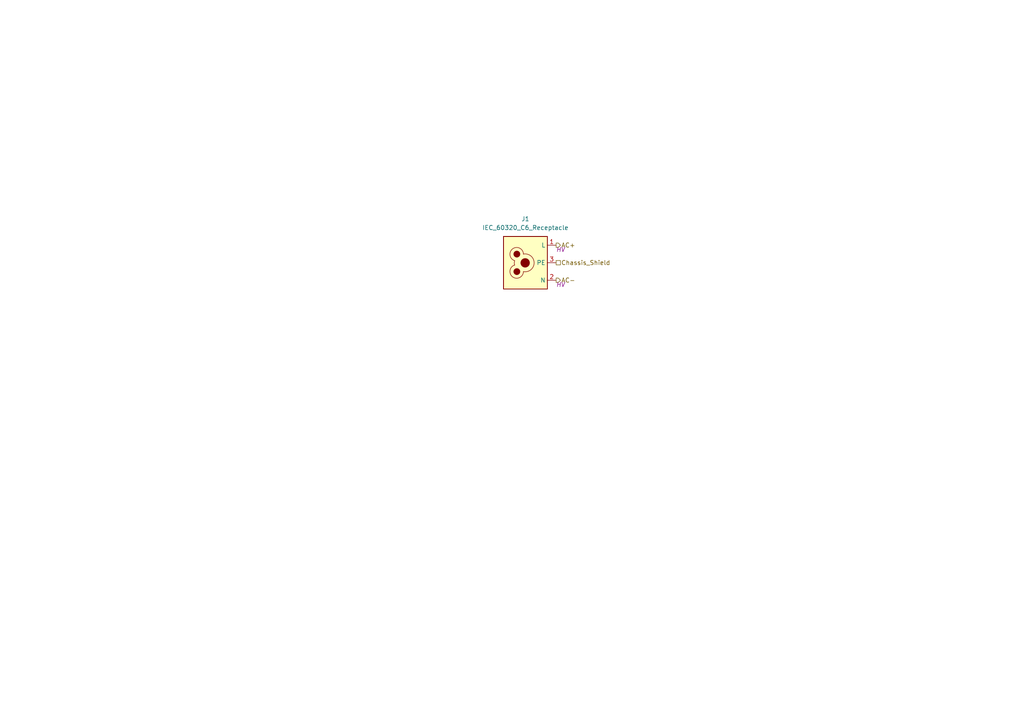
<source format=kicad_sch>
(kicad_sch
	(version 20250114)
	(generator "eeschema")
	(generator_version "9.0")
	(uuid "97cd5fc9-077f-4ab7-aa4f-c38787161f32")
	(paper "A4")
	(title_block
		(title "Replacable LED COB Lamp")
		(date "2025-03-24")
		(rev "0")
		(company "WPI ECE2799 D25")
		(comment 1 "Raymond, Daniel")
		(comment 2 "Hogan, Rye")
		(comment 3 "Bryan, Tahje")
	)
	(lib_symbols
		(symbol "Connector:IEC_60320_C6_Receptacle"
			(exclude_from_sim no)
			(in_bom yes)
			(on_board yes)
			(property "Reference" "J"
				(at -5.842 8.636 0)
				(effects
					(font
						(size 1.27 1.27)
					)
				)
			)
			(property "Value" "IEC_60320_C6_Receptacle"
				(at 0.508 -9.144 0)
				(effects
					(font
						(size 1.27 1.27)
					)
				)
			)
			(property "Footprint" ""
				(at -1.8538 -0.0376 0)
				(effects
					(font
						(size 1.27 1.27)
					)
					(hide yes)
				)
			)
			(property "Datasheet" "~"
				(at -1.8538 -0.0376 0)
				(effects
					(font
						(size 1.27 1.27)
					)
					(hide yes)
				)
			)
			(property "Description" "C6 plug, 2,5A max"
				(at 0 0 0)
				(effects
					(font
						(size 1.27 1.27)
					)
					(hide yes)
				)
			)
			(property "ki_keywords" "IEC 60320 C6"
				(at 0 0 0)
				(effects
					(font
						(size 1.27 1.27)
					)
					(hide yes)
				)
			)
			(property "ki_fp_filters" "C*6*Receptacle*"
				(at 0 0 0)
				(effects
					(font
						(size 1.27 1.27)
					)
					(hide yes)
				)
			)
			(symbol "IEC_60320_C6_Receptacle_0_1"
				(arc
					(start -3.1238 0.5974)
					(mid -3.7139 4.03)
					(end -0.5838 2.5024)
					(stroke
						(width 0)
						(type default)
					)
					(fill
						(type none)
					)
				)
				(arc
					(start -0.5838 -2.5776)
					(mid -3.7139 -4.1052)
					(end -3.1238 -0.6726)
					(stroke
						(width 0)
						(type default)
					)
					(fill
						(type none)
					)
				)
				(arc
					(start -3.1238 -0.6726)
					(mid -3.2336 -0.0376)
					(end -3.1238 0.5974)
					(stroke
						(width 0)
						(type default)
					)
					(fill
						(type none)
					)
				)
				(arc
					(start -0.5838 2.5024)
					(mid 2.5145 -0.0376)
					(end -0.5838 -2.5776)
					(stroke
						(width 0)
						(type default)
					)
					(fill
						(type none)
					)
				)
			)
			(symbol "IEC_60320_C6_Receptacle_1_1"
				(polyline
					(pts
						(xy -6.35 7.62) (xy 6.35 7.62) (xy 6.35 -7.62) (xy -6.35 -7.62) (xy -6.35 7.62)
					)
					(stroke
						(width 0.254)
						(type default)
					)
					(fill
						(type background)
					)
				)
				(circle
					(center -2.4888 2.5024)
					(radius 0.898)
					(stroke
						(width 0)
						(type default)
					)
					(fill
						(type outline)
					)
				)
				(circle
					(center -2.4888 -2.5776)
					(radius 0.898)
					(stroke
						(width 0)
						(type default)
					)
					(fill
						(type outline)
					)
				)
				(circle
					(center -0.0758 -0.0376)
					(radius 1.27)
					(stroke
						(width 0)
						(type default)
					)
					(fill
						(type outline)
					)
				)
				(pin power_in line
					(at 8.89 5.08 180)
					(length 2.54)
					(name "L"
						(effects
							(font
								(size 1.27 1.27)
							)
						)
					)
					(number "1"
						(effects
							(font
								(size 1.27 1.27)
							)
						)
					)
				)
				(pin bidirectional line
					(at 8.89 0 180)
					(length 2.54)
					(name "PE"
						(effects
							(font
								(size 1.27 1.27)
							)
						)
					)
					(number "3"
						(effects
							(font
								(size 1.27 1.27)
							)
						)
					)
				)
				(pin power_in line
					(at 8.89 -5.08 180)
					(length 2.54)
					(name "N"
						(effects
							(font
								(size 1.27 1.27)
							)
						)
					)
					(number "2"
						(effects
							(font
								(size 1.27 1.27)
							)
						)
					)
				)
			)
			(embedded_fonts no)
		)
	)
	(hierarchical_label "AC+"
		(shape output)
		(at 161.29 71.12 0)
		(fields_autoplaced yes)
		(effects
			(font
				(size 1.27 1.27)
			)
			(justify left)
		)
		(uuid "3b90f3f8-648f-4b7a-936d-83ab3c774e21")
		(property "Netclass" "HV"
			(at 161.29 72.39 0)
			(effects
				(font
					(size 1.27 1.27)
					(italic yes)
				)
				(justify left)
			)
		)
	)
	(hierarchical_label "Chassis_Shield"
		(shape passive)
		(at 161.29 76.2 0)
		(effects
			(font
				(size 1.27 1.27)
			)
			(justify left)
		)
		(uuid "5836ccfe-6198-4b9f-8edd-c29b4c1e2bfa")
	)
	(hierarchical_label "AC-"
		(shape output)
		(at 161.29 81.28 0)
		(fields_autoplaced yes)
		(effects
			(font
				(size 1.27 1.27)
			)
			(justify left)
		)
		(uuid "7eef1023-edbf-4364-8fd4-668740f5dadc")
		(property "Netclass" "HV"
			(at 161.29 82.55 0)
			(effects
				(font
					(size 1.27 1.27)
					(italic yes)
				)
				(justify left)
			)
		)
	)
	(symbol
		(lib_id "Connector:IEC_60320_C6_Receptacle")
		(at 152.4 76.2 0)
		(unit 1)
		(exclude_from_sim no)
		(in_bom yes)
		(on_board yes)
		(dnp no)
		(fields_autoplaced yes)
		(uuid "24e5e21c-5a3c-4a43-8dd4-512f4c19a2d8")
		(property "Reference" "J1"
			(at 152.4 63.5 0)
			(effects
				(font
					(size 1.27 1.27)
				)
			)
		)
		(property "Value" "IEC_60320_C6_Receptacle"
			(at 152.4 66.04 0)
			(effects
				(font
					(size 1.27 1.27)
				)
			)
		)
		(property "Footprint" "IEC_60320_C6:IEC_60320_C6"
			(at 150.5462 76.2376 0)
			(effects
				(font
					(size 1.27 1.27)
				)
				(hide yes)
			)
		)
		(property "Datasheet" "~"
			(at 150.5462 76.2376 0)
			(effects
				(font
					(size 1.27 1.27)
				)
				(hide yes)
			)
		)
		(property "Description" "C6 plug, 2,5A max"
			(at 152.4 76.2 0)
			(effects
				(font
					(size 1.27 1.27)
				)
				(hide yes)
			)
		)
		(pin "1"
			(uuid "6b886268-dd64-49d9-83ef-4e43b4f87c3d")
		)
		(pin "2"
			(uuid "f65ec3f9-d584-444f-9520-835f7e210d51")
		)
		(pin "3"
			(uuid "2bb9ea25-901b-4ed7-b699-f5d50067c105")
		)
		(instances
			(project ""
				(path "/c27c9155-8dca-4b9f-ac37-1fd4cce6afa0/fd71a373-9cb2-456b-bc52-5872eac88a20"
					(reference "J1")
					(unit 1)
				)
			)
		)
	)
)

</source>
